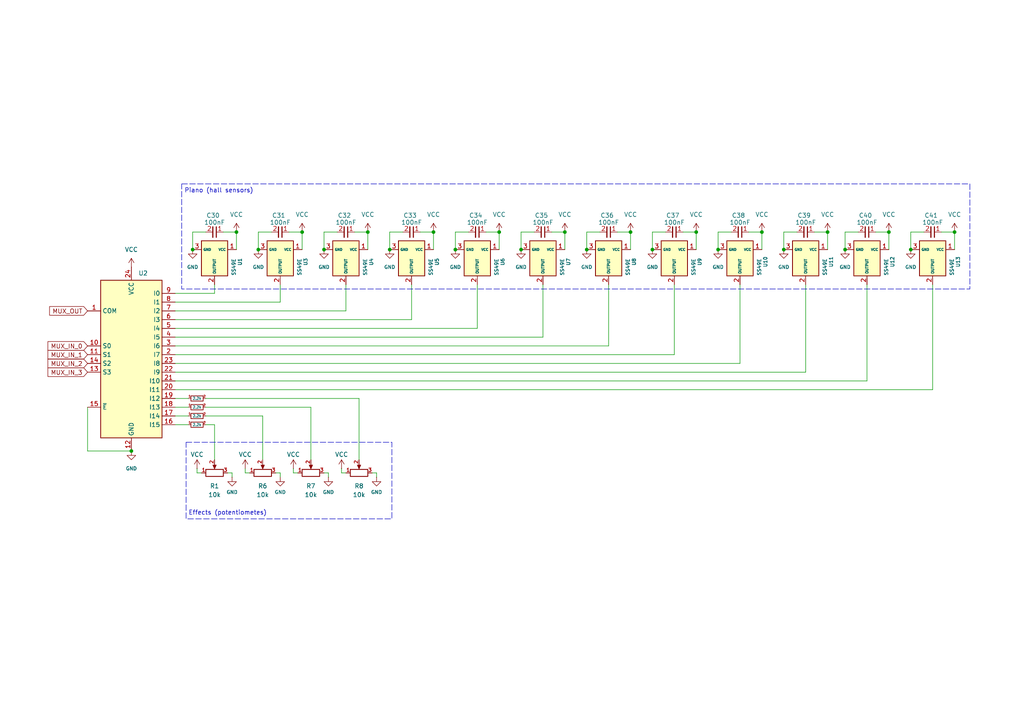
<source format=kicad_sch>
(kicad_sch (version 20250114) (generator "eeschema") (generator_version "9.0")
  (paper "A4")
  (lib_symbols
    (symbol "Symbols:CD74HC4067M Analog Mux"
      (property "Reference" "U" (at 0 0 0))
      (symbol "CD74HC4067M Analog Mux_0_1"
        (rectangle (start -8.89 22.86) (end 8.89 -22.86) (stroke (width 0.254)) (fill (type background)))
      )
      (symbol "CD74HC4067M Analog Mux_1_1"
        (pin passive line (at -12.7 13.97 0) (length 3.81) (name "COM") (number "1"))
        (pin input line (at -12.7 3.81 0) (length 3.81) (name "S0") (number "10"))
        (pin input line (at -12.7 1.27 0) (length 3.81) (name "S1") (number "11"))
        (pin input line (at -12.7 -1.27 0) (length 3.81) (name "S2") (number "14"))
        (pin input line (at -12.7 -3.81 0) (length 3.81) (name "S3") (number "13"))
        (pin input line (at -12.7 -13.97 0) (length 3.81) (name "~{E}") (number "15"))
        (pin power_in line (at 0 26.67 270) (length 3.81) (name "VCC") (number "24"))
        (pin power_in line (at 0 -26.67 90) (length 3.81) (name "GND") (number "12"))
        (pin passive line (at 12.7 19.05 180) (length 3.81) (name "I0") (number "9"))
        (pin passive line (at 12.7 16.51 180) (length 3.81) (name "I1") (number "8"))
        (pin passive line (at 12.7 13.97 180) (length 3.81) (name "I2") (number "7"))
        (pin passive line (at 12.7 11.43 180) (length 3.81) (name "I3") (number "6"))
        (pin passive line (at 12.7 8.89 180) (length 3.81) (name "I4") (number "5"))
        (pin passive line (at 12.7 6.35 180) (length 3.81) (name "I5") (number "4"))
        (pin passive line (at 12.7 3.81 180) (length 3.81) (name "I6") (number "3"))
        (pin passive line (at 12.7 1.27 180) (length 3.81) (name "I7") (number "2"))
        (pin passive line (at 12.7 -1.27 180) (length 3.81) (name "I8") (number "23"))
        (pin passive line (at 12.7 -3.81 180) (length 3.81) (name "I9") (number "22"))
        (pin passive line (at 12.7 -6.35 180) (length 3.81) (name "I10") (number "21"))
        (pin passive line (at 12.7 -8.89 180) (length 3.81) (name "I11") (number "20"))
        (pin passive line (at 12.7 -11.43 180) (length 3.81) (name "I12") (number "19"))
        (pin passive line (at 12.7 -13.97 180) (length 3.81) (name "I13") (number "18"))
        (pin passive line (at 12.7 -16.51 180) (length 3.81) (name "I14") (number "17"))
        (pin passive line (at 12.7 -19.05 180) (length 3.81) (name "I15") (number "16"))
      )
    )
    (symbol "Symbols:Capacitor 0603"
      (property "Reference" "C" (at -3.048 0 90))
      (symbol "Capacitor 0603_0_1"
        (polyline (pts (xy -1.524 0.508) (xy 1.524 0.508)) (stroke (width 0.3048)))
        (polyline (pts (xy -1.524 -0.508) (xy 1.524 -0.508)) (stroke (width 0.3302)))
      )
      (symbol "Capacitor 0603_1_1"
        (pin passive line (at 0 2.54 270) (length 2.032) (name "~") (number "1"))
        (pin passive line (at 0 -2.54 90) (length 2.032) (name "~") (number "2"))
      )
    )
    (symbol "Symbols:GND" (power) (pin_numbers (hide yes)) (pin_names (hide yes))
      (property "Value" "GND" (at 0 -3.302 0))
      (symbol "GND_0_1"
        (polyline (pts (xy 0 0) (xy 0 -1.27) (xy 1.27 -1.27) (xy 0 -2.54) (xy -1.27 -1.27) (xy 0 -1.27)))
      )
      (symbol "GND_1_1"
        (pin power_in line (at 0 0 270) (length 0) (name "~") (number ""))
      )
    )
    (symbol "Symbols:Potentiometer"
      (property "Reference" "R" (at -2.286 0 90))
      (symbol "Potentiometer_0_1"
        (rectangle (start 1.016 2.54) (end -1.016 -2.54) (stroke (width 0.254)))
        (polyline (pts (xy 1.143 0) (xy 2.286 0.508) (xy 2.286 -0.508) (xy 1.143 0)) (fill (type outline)))
        (polyline (pts (xy 2.54 0) (xy 1.524 0)))
      )
      (symbol "Potentiometer_1_1"
        (pin passive line (at 0 3.81 270) (length 1.27) (name "") (number "1"))
        (pin passive line (at 0 -3.81 90) (length 1.27) (name "") (number "3"))
        (pin passive line (at 3.81 0 180) (length 1.27) (name "") (number "2"))
      )
    )
    (symbol "Symbols:Resistor 0603"
      (property "Reference" "R" (at -2.032 0 90))
      (symbol "Resistor 0603_0_1"
        (rectangle (start -0.762 1.778) (end 0.762 -1.778) (stroke (width 0.2032)))
      )
      (symbol "Resistor 0603_1_1"
        (pin passive line (at 0 2.54 270) (length 0.762) (name "~") (number "1"))
        (pin passive line (at 0 -2.54 90) (length 0.762) (name "~") (number "2"))
      )
    )
    (symbol "Symbols:SS49E Hall Sensor"
      (property "Reference" "U" (at 0 1.778 0))
      (property "Value" "SS49E" (at 2.032 4.826 0))
      (symbol "SS49E Hall Sensor_0_1"
        (rectangle (start -5.08 3.81) (end 5.08 -3.81) (stroke (width 0.254)) (fill (type background)))
      )
      (symbol "SS49E Hall Sensor_1_1"
        (pin power_in line (at -2.54 6.35 270) (length 2.54) (name "VCC") (number "1"))
        (pin power_in line (at -2.54 -6.35 90) (length 2.54) (name "GND") (number "3"))
        (pin output line (at 7.62 0 180) (length 2.54) (name "OUTPUT") (number "2"))
      )
    )
    (symbol "Symbols:VCC" (power) (pin_numbers (hide yes)) (pin_names (hide yes))
      (property "Value" "VCC" (at 0 3.81 0))
      (symbol "VCC_0_1"
        (polyline (pts (xy -0.762 1.27) (xy 0 2.54)))
        (polyline (pts (xy 0 2.54) (xy 0.762 1.27)))
        (polyline (pts (xy 0 0) (xy 0 2.54)))
      )
      (symbol "VCC_1_1"
        (pin power_in line (at 0 0 90) (length 0) (name "~") (number ""))
      )
    )
  )
  (rectangle (start 52.705 53.34) (end 281.305 83.82) (stroke (width 0) (type dash)))
  (rectangle (start 53.975 128.27) (end 113.665 150.495) (stroke (width 0) (type dash)))
  (text "Piano (hall sensors)" (at 63.5 55.372 0) (effects (font (size 1.27 1.27))))
  (text "Effects (potentiometes)" (at 66.04 148.844 0) (effects (font (size 1.27 1.27))))
  (junction (at 276.86 67.31))
  (junction (at 170.18 72.39))
  (junction (at 201.93 67.31))
  (junction (at 144.78 67.31))
  (junction (at 151.13 72.39))
  (junction (at 55.88 72.39))
  (junction (at 132.08 72.39))
  (junction (at 93.98 72.39))
  (junction (at 113.03 72.39))
  (junction (at 182.88 67.31))
  (junction (at 163.83 67.31))
  (junction (at 227.33 72.39))
  (junction (at 68.58 67.31))
  (junction (at 87.63 67.31))
  (junction (at 125.73 67.31))
  (junction (at 264.16 72.39))
  (junction (at 240.03 67.31))
  (junction (at 257.81 67.31))
  (junction (at 106.68 67.31))
  (junction (at 208.28 72.39))
  (junction (at 38.1 130.81))
  (junction (at 245.11 72.39))
  (junction (at 189.23 72.39))
  (junction (at 74.93 72.39))
  (junction (at 220.98 67.31))
  (wire (pts (xy 90.17 118.11) (xy 90.17 133.35)))
  (wire (pts (xy 66.04 137.16) (xy 67.31 137.16)))
  (wire (pts (xy 81.28 137.16) (xy 81.28 138.43)))
  (wire (pts (xy 106.68 67.31) (xy 106.68 72.39)))
  (wire (pts (xy 220.98 67.31) (xy 220.98 72.39)))
  (wire (pts (xy 74.93 72.39) (xy 74.93 67.31)))
  (wire (pts (xy 68.58 67.31) (xy 68.58 72.39)))
  (wire (pts (xy 160.02 67.31) (xy 163.83 67.31)))
  (wire (pts (xy 251.46 110.49) (xy 251.46 82.55)))
  (wire (pts (xy 264.16 67.31) (xy 267.97 67.31)))
  (wire (pts (xy 170.18 67.31) (xy 173.99 67.31)))
  (wire (pts (xy 214.63 105.41) (xy 214.63 82.55)))
  (wire (pts (xy 50.8 110.49) (xy 251.46 110.49)))
  (wire (pts (xy 86.36 137.16) (xy 85.09 137.16)))
  (wire (pts (xy 170.18 72.39) (xy 170.18 67.31)))
  (wire (pts (xy 163.83 67.31) (xy 163.83 72.39)))
  (wire (pts (xy 227.33 67.31) (xy 231.14 67.31)))
  (wire (pts (xy 201.93 67.31) (xy 201.93 72.39)))
  (wire (pts (xy 57.15 137.16) (xy 57.15 135.89)))
  (wire (pts (xy 76.2 120.65) (xy 76.2 133.35)))
  (wire (pts (xy 80.01 137.16) (xy 81.28 137.16)))
  (wire (pts (xy 71.12 137.16) (xy 71.12 135.89)))
  (wire (pts (xy 93.98 67.31) (xy 97.79 67.31)))
  (wire (pts (xy 62.23 133.35) (xy 62.23 123.19)))
  (wire (pts (xy 50.8 92.71) (xy 119.38 92.71)))
  (wire (pts (xy 104.14 115.57) (xy 104.14 133.35)))
  (wire (pts (xy 236.22 67.31) (xy 240.03 67.31)))
  (wire (pts (xy 132.08 72.39) (xy 132.08 67.31)))
  (wire (pts (xy 233.68 107.95) (xy 233.68 82.55)))
  (wire (pts (xy 50.8 100.33) (xy 176.53 100.33)))
  (wire (pts (xy 217.17 67.31) (xy 220.98 67.31)))
  (wire (pts (xy 58.42 137.16) (xy 57.15 137.16)))
  (wire (pts (xy 176.53 100.33) (xy 176.53 82.55)))
  (wire (pts (xy 99.06 137.16) (xy 99.06 135.89)))
  (wire (pts (xy 100.33 137.16) (xy 99.06 137.16)))
  (wire (pts (xy 81.28 87.63) (xy 81.28 82.55)))
  (wire (pts (xy 144.78 67.31) (xy 144.78 72.39)))
  (wire (pts (xy 270.51 113.03) (xy 270.51 82.55)))
  (wire (pts (xy 245.11 67.31) (xy 248.92 67.31)))
  (wire (pts (xy 245.11 72.39) (xy 245.11 67.31)))
  (wire (pts (xy 109.22 137.16) (xy 109.22 138.43)))
  (wire (pts (xy 198.12 67.31) (xy 201.93 67.31)))
  (wire (pts (xy 182.88 67.31) (xy 182.88 72.39)))
  (wire (pts (xy 121.92 67.31) (xy 125.73 67.31)))
  (wire (pts (xy 227.33 72.39) (xy 227.33 67.31)))
  (wire (pts (xy 254 67.31) (xy 257.81 67.31)))
  (wire (pts (xy 25.4 130.81) (xy 38.1 130.81)))
  (wire (pts (xy 208.28 72.39) (xy 208.28 67.31)))
  (wire (pts (xy 59.69 118.11) (xy 90.17 118.11)))
  (wire (pts (xy 102.87 67.31) (xy 106.68 67.31)))
  (wire (pts (xy 113.03 72.39) (xy 113.03 67.31)))
  (wire (pts (xy 50.8 85.09) (xy 62.23 85.09)))
  (wire (pts (xy 72.39 137.16) (xy 71.12 137.16)))
  (wire (pts (xy 59.69 115.57) (xy 104.14 115.57)))
  (wire (pts (xy 50.8 105.41) (xy 214.63 105.41)))
  (wire (pts (xy 50.8 90.17) (xy 100.33 90.17)))
  (wire (pts (xy 87.63 67.31) (xy 87.63 72.39)))
  (wire (pts (xy 125.73 67.31) (xy 125.73 72.39)))
  (wire (pts (xy 50.8 102.87) (xy 195.58 102.87)))
  (wire (pts (xy 50.8 118.11) (xy 54.61 118.11)))
  (wire (pts (xy 95.25 137.16) (xy 95.25 138.43)))
  (wire (pts (xy 25.4 118.11) (xy 25.4 130.81)))
  (wire (pts (xy 264.16 72.39) (xy 264.16 67.31)))
  (wire (pts (xy 59.69 123.19) (xy 62.23 123.19)))
  (wire (pts (xy 189.23 67.31) (xy 193.04 67.31)))
  (wire (pts (xy 64.77 67.31) (xy 68.58 67.31)))
  (wire (pts (xy 119.38 92.71) (xy 119.38 82.55)))
  (wire (pts (xy 151.13 67.31) (xy 154.94 67.31)))
  (wire (pts (xy 179.07 67.31) (xy 182.88 67.31)))
  (wire (pts (xy 138.43 95.25) (xy 138.43 82.55)))
  (wire (pts (xy 74.93 67.31) (xy 78.74 67.31)))
  (wire (pts (xy 240.03 67.31) (xy 240.03 72.39)))
  (wire (pts (xy 208.28 67.31) (xy 212.09 67.31)))
  (wire (pts (xy 83.82 67.31) (xy 87.63 67.31)))
  (wire (pts (xy 107.95 137.16) (xy 109.22 137.16)))
  (wire (pts (xy 93.98 72.39) (xy 93.98 67.31)))
  (wire (pts (xy 50.8 95.25) (xy 138.43 95.25)))
  (wire (pts (xy 157.48 97.79) (xy 157.48 82.55)))
  (wire (pts (xy 93.98 137.16) (xy 95.25 137.16)))
  (wire (pts (xy 50.8 113.03) (xy 270.51 113.03)))
  (wire (pts (xy 132.08 67.31) (xy 135.89 67.31)))
  (wire (pts (xy 113.03 67.31) (xy 116.84 67.31)))
  (wire (pts (xy 189.23 72.39) (xy 189.23 67.31)))
  (wire (pts (xy 55.88 67.31) (xy 59.69 67.31)))
  (wire (pts (xy 50.8 97.79) (xy 157.48 97.79)))
  (wire (pts (xy 50.8 107.95) (xy 233.68 107.95)))
  (wire (pts (xy 55.88 72.39) (xy 55.88 67.31)))
  (wire (pts (xy 62.23 85.09) (xy 62.23 82.55)))
  (wire (pts (xy 140.97 67.31) (xy 144.78 67.31)))
  (wire (pts (xy 257.81 67.31) (xy 257.81 72.39)))
  (wire (pts (xy 276.86 67.31) (xy 276.86 72.39)))
  (wire (pts (xy 59.69 120.65) (xy 76.2 120.65)))
  (wire (pts (xy 273.05 67.31) (xy 276.86 67.31)))
  (wire (pts (xy 50.8 87.63) (xy 81.28 87.63)))
  (wire (pts (xy 151.13 72.39) (xy 151.13 67.31)))
  (wire (pts (xy 50.8 115.57) (xy 54.61 115.57)))
  (wire (pts (xy 50.8 123.19) (xy 54.61 123.19)))
  (wire (pts (xy 67.31 137.16) (xy 67.31 138.43)))
  (wire (pts (xy 50.8 120.65) (xy 54.61 120.65)))
  (wire (pts (xy 100.33 90.17) (xy 100.33 82.55)))
  (wire (pts (xy 195.58 102.87) (xy 195.58 82.55)))
  (wire (pts (xy 85.09 137.16) (xy 85.09 135.89)))
  (global_label "MUX_IN_1" (shape input) (at 25.4 102.87 180) (property "Intersheetrefs" "${INTERSHEET_REFS}" (effects (hide yes))))
  (global_label "MUX_OUT" (shape input) (at 25.4 90.17 180) (property "Intersheetrefs" "${INTERSHEET_REFS}" (effects (hide yes))))
  (global_label "MUX_IN_0" (shape input) (at 25.4 100.33 180) (property "Intersheetrefs" "${INTERSHEET_REFS}" (effects (hide yes))))
  (global_label "MUX_IN_3" (shape input) (at 25.4 107.95 180) (property "Intersheetrefs" "${INTERSHEET_REFS}" (effects (hide yes))))
  (global_label "MUX_IN_2" (shape input) (at 25.4 105.41 180) (property "Intersheetrefs" "${INTERSHEET_REFS}" (effects (hide yes))))
  (symbol (lib_id "Symbols:VCC") (at 257.81 67.31 0) (unit 1)
    (property "Reference" "#PWR074" (effects (hide yes)))
    (property "Value" "VCC" (at 257.81 62.23 0))
  )
  (symbol (lib_id "Symbols:Capacitor 0603") (at 62.23 67.31 270) (unit 1)
    (property "Reference" "C30" (at 63.754 62.484 90) (effects (justify right)))
    (property "Value" "100nF" (at 65.278 64.516 90) (effects (justify right)))
  )
  (symbol (lib_id "Symbols:Capacitor 0603") (at 176.53 67.31 270) (unit 1)
    (property "Reference" "C36" (at 178.054 62.484 90) (effects (justify right)))
    (property "Value" "100nF" (at 179.578 64.516 90) (effects (justify right)))
  )
  (symbol (lib_id "Symbols:SS49E Hall Sensor") (at 270.51 74.93 270) (unit 1)
    (property "Reference" "U13" (at 277.876 75.946 0) (effects (font (size 1.016 1.016))))
    (property "Value" "SS49E" (at 276.098 77.47 0) (effects (font (size 1.016 1.016))))
  )
  (symbol (lib_id "Symbols:SS49E Hall Sensor") (at 157.48 74.93 270) (unit 1)
    (property "Reference" "U7" (at 164.846 75.946 0) (effects (font (size 1.016 1.016))))
    (property "Value" "SS49E" (at 163.068 77.47 0) (effects (font (size 1.016 1.016))))
  )
  (symbol (lib_id "Symbols:SS49E Hall Sensor") (at 214.63 74.93 270) (unit 1)
    (property "Reference" "U10" (at 221.996 75.946 0) (effects (font (size 1.016 1.016))))
    (property "Value" "SS49E" (at 220.218 77.47 0) (effects (font (size 1.016 1.016))))
  )
  (symbol (lib_id "Symbols:GND") (at 208.28 72.39 0) (unit 1)
    (property "Reference" "#PWR069" (effects (hide yes)))
    (property "Value" "GND" (at 208.28 77.47 0) (effects (font (size 1.016 1.016))))
  )
  (symbol (lib_id "Symbols:SS49E Hall Sensor") (at 233.68 74.93 270) (unit 1)
    (property "Reference" "U11" (at 241.046 75.946 0) (effects (font (size 1.016 1.016))))
    (property "Value" "SS49E" (at 239.268 77.47 0) (effects (font (size 1.016 1.016))))
  )
  (symbol (lib_id "Symbols:Resistor 0603") (at 57.15 118.11 90) (unit 1)
    (property "Reference" "R4" (effects (hide yes)))
    (property "Value" "2.2k" (at 57.15 118.11 90) (effects (font (size 0.762 0.762))))
  )
  (symbol (lib_id "Symbols:SS49E Hall Sensor") (at 251.46 74.93 270) (unit 1)
    (property "Reference" "U12" (at 258.826 75.946 0) (effects (font (size 1.016 1.016))))
    (property "Value" "SS49E" (at 257.048 77.47 0) (effects (font (size 1.016 1.016))))
  )
  (symbol (lib_id "Symbols:VCC") (at 71.12 135.89 0) (unit 1)
    (property "Reference" "#PWR079" (effects (hide yes)))
    (property "Value" "VCC" (at 71.12 131.826 0))
  )
  (symbol (lib_id "Symbols:GND") (at 170.18 72.39 0) (unit 1)
    (property "Reference" "#PWR065" (effects (hide yes)))
    (property "Value" "GND" (at 170.18 77.47 0) (effects (font (size 1.016 1.016))))
  )
  (symbol (lib_id "Symbols:SS49E Hall Sensor") (at 195.58 74.93 270) (unit 1)
    (property "Reference" "U9" (at 202.946 75.946 0) (effects (font (size 1.016 1.016))))
    (property "Value" "SS49E" (at 201.168 77.47 0) (effects (font (size 1.016 1.016))))
  )
  (symbol (lib_id "Symbols:GND") (at 81.28 138.43 0) (unit 1)
    (property "Reference" "#PWR080" (effects (hide yes)))
    (property "Value" "GND" (at 81.28 142.748 0) (effects (font (size 1.016 1.016))))
  )
  (symbol (lib_id "Symbols:GND") (at 151.13 72.39 0) (unit 1)
    (property "Reference" "#PWR063" (effects (hide yes)))
    (property "Value" "GND" (at 151.13 77.47 0) (effects (font (size 1.016 1.016))))
  )
  (symbol (lib_id "Symbols:VCC") (at 68.58 67.31 0) (unit 1)
    (property "Reference" "#PWR053" (effects (hide yes)))
    (property "Value" "VCC" (at 68.58 62.23 0))
  )
  (symbol (lib_id "Symbols:CD74HC4067M Analog Mux") (at 38.1 104.14 0) (unit 1)
    (property "Reference" "U2" (at 40.132 79.248 0) (effects (justify left)))
  )
  (symbol (lib_id "Symbols:GND") (at 245.11 72.39 0) (unit 1)
    (property "Reference" "#PWR073" (effects (hide yes)))
    (property "Value" "GND" (at 245.11 77.47 0) (effects (font (size 1.016 1.016))))
  )
  (symbol (lib_id "Symbols:Resistor 0603") (at 57.15 123.19 90) (unit 1)
    (property "Reference" "R2" (effects (hide yes)))
    (property "Value" "2.2k" (at 57.15 123.19 90) (effects (font (size 0.762 0.762))))
  )
  (symbol (lib_id "Symbols:Capacitor 0603") (at 233.68 67.31 270) (unit 1)
    (property "Reference" "C39" (at 235.204 62.484 90) (effects (justify right)))
    (property "Value" "100nF" (at 236.728 64.516 90) (effects (justify right)))
  )
  (symbol (lib_id "Symbols:VCC") (at 106.68 67.31 0) (unit 1)
    (property "Reference" "#PWR058" (effects (hide yes)))
    (property "Value" "VCC" (at 106.68 62.23 0))
  )
  (symbol (lib_id "Symbols:Capacitor 0603") (at 195.58 67.31 270) (unit 1)
    (property "Reference" "C37" (at 197.104 62.484 90) (effects (justify right)))
    (property "Value" "100nF" (at 198.628 64.516 90) (effects (justify right)))
  )
  (symbol (lib_id "Symbols:GND") (at 109.22 138.43 0) (unit 1)
    (property "Reference" "#PWR084" (effects (hide yes)))
    (property "Value" "GND" (at 109.22 142.748 0) (effects (font (size 1.016 1.016))))
  )
  (symbol (lib_id "Symbols:GND") (at 38.1 130.81 0) (unit 1)
    (property "Reference" "#PWR086" (effects (hide yes)))
    (property "Value" "GND" (at 38.1 135.89 0) (effects (font (size 1.016 1.016))))
  )
  (symbol (lib_id "Symbols:Capacitor 0603") (at 100.33 67.31 270) (unit 1)
    (property "Reference" "C32" (at 101.854 62.484 90) (effects (justify right)))
    (property "Value" "100nF" (at 103.378 64.516 90) (effects (justify right)))
  )
  (symbol (lib_id "Symbols:GND") (at 55.88 72.39 0) (unit 1)
    (property "Reference" "#PWR054" (effects (hide yes)))
    (property "Value" "GND" (at 55.88 77.47 0) (effects (font (size 1.016 1.016))))
  )
  (symbol (lib_id "Symbols:VCC") (at 87.63 67.31 0) (unit 1)
    (property "Reference" "#PWR056" (effects (hide yes)))
    (property "Value" "VCC" (at 87.63 62.23 0))
  )
  (symbol (lib_id "Symbols:GND") (at 95.25 138.43 0) (unit 1)
    (property "Reference" "#PWR082" (effects (hide yes)))
    (property "Value" "GND" (at 95.25 142.748 0) (effects (font (size 1.016 1.016))))
  )
  (symbol (lib_id "Symbols:GND") (at 74.93 72.39 0) (unit 1)
    (property "Reference" "#PWR055" (effects (hide yes)))
    (property "Value" "GND" (at 74.93 77.47 0) (effects (font (size 1.016 1.016))))
  )
  (symbol (lib_id "Symbols:VCC") (at 201.93 67.31 0) (unit 1)
    (property "Reference" "#PWR068" (effects (hide yes)))
    (property "Value" "VCC" (at 201.93 62.23 0))
  )
  (symbol (lib_id "Symbols:GND") (at 113.03 72.39 0) (unit 1)
    (property "Reference" "#PWR059" (effects (hide yes)))
    (property "Value" "GND" (at 113.03 77.47 0) (effects (font (size 1.016 1.016))))
  )
  (symbol (lib_id "Symbols:GND") (at 67.31 138.43 0) (unit 1)
    (property "Reference" "#PWR078" (effects (hide yes)))
    (property "Value" "GND" (at 67.31 142.748 0) (effects (font (size 1.016 1.016))))
  )
  (symbol (lib_id "Symbols:GND") (at 93.98 72.39 0) (unit 1)
    (property "Reference" "#PWR057" (effects (hide yes)))
    (property "Value" "GND" (at 93.98 77.47 0) (effects (font (size 1.016 1.016))))
  )
  (symbol (lib_id "Symbols:SS49E Hall Sensor") (at 81.28 74.93 270) (unit 1)
    (property "Reference" "U3" (at 88.646 75.946 0) (effects (font (size 1.016 1.016))))
    (property "Value" "SS49E" (at 86.868 77.47 0) (effects (font (size 1.016 1.016))))
  )
  (symbol (lib_id "Symbols:VCC") (at 220.98 67.31 0) (unit 1)
    (property "Reference" "#PWR070" (effects (hide yes)))
    (property "Value" "VCC" (at 220.98 62.23 0))
  )
  (symbol (lib_id "Symbols:VCC") (at 38.1 77.47 0) (unit 1)
    (property "Reference" "#PWR085" (effects (hide yes)))
    (property "Value" "VCC" (at 38.1 72.39 0))
  )
  (symbol (lib_id "Symbols:VCC") (at 85.09 135.89 0) (unit 1)
    (property "Reference" "#PWR081" (effects (hide yes)))
    (property "Value" "VCC" (at 85.09 131.826 0))
  )
  (symbol (lib_id "Symbols:SS49E Hall Sensor") (at 62.23 74.93 270) (unit 1)
    (property "Reference" "U1" (at 69.596 75.946 0) (effects (font (size 1.016 1.016))))
    (property "Value" "SS49E" (at 67.818 77.47 0) (effects (font (size 1.016 1.016))))
  )
  (symbol (lib_id "Symbols:Capacitor 0603") (at 157.48 67.31 270) (unit 1)
    (property "Reference" "C35" (at 159.004 62.484 90) (effects (justify right)))
    (property "Value" "100nF" (at 160.528 64.516 90) (effects (justify right)))
  )
  (symbol (lib_id "Symbols:SS49E Hall Sensor") (at 138.43 74.93 270) (unit 1)
    (property "Reference" "U6" (at 145.796 75.946 0) (effects (font (size 1.016 1.016))))
    (property "Value" "SS49E" (at 144.018 77.47 0) (effects (font (size 1.016 1.016))))
  )
  (symbol (lib_id "Symbols:SS49E Hall Sensor") (at 119.38 74.93 270) (unit 1)
    (property "Reference" "U5" (at 126.746 75.946 0) (effects (font (size 1.016 1.016))))
    (property "Value" "SS49E" (at 124.968 77.47 0) (effects (font (size 1.016 1.016))))
  )
  (symbol (lib_id "Symbols:Capacitor 0603") (at 214.63 67.31 270) (unit 1)
    (property "Reference" "C38" (at 216.154 62.484 90) (effects (justify right)))
    (property "Value" "100nF" (at 217.678 64.516 90) (effects (justify right)))
  )
  (symbol (lib_id "Symbols:GND") (at 132.08 72.39 0) (unit 1)
    (property "Reference" "#PWR061" (effects (hide yes)))
    (property "Value" "GND" (at 132.08 77.47 0) (effects (font (size 1.016 1.016))))
  )
  (symbol (lib_id "Symbols:GND") (at 264.16 72.39 0) (unit 1)
    (property "Reference" "#PWR075" (effects (hide yes)))
    (property "Value" "GND" (at 264.16 77.47 0) (effects (font (size 1.016 1.016))))
  )
  (symbol (lib_id "Symbols:SS49E Hall Sensor") (at 176.53 74.93 270) (unit 1)
    (property "Reference" "U8" (at 183.896 75.946 0) (effects (font (size 1.016 1.016))))
    (property "Value" "SS49E" (at 182.118 77.47 0) (effects (font (size 1.016 1.016))))
  )
  (symbol (lib_id "Symbols:Capacitor 0603") (at 81.28 67.31 270) (unit 1)
    (property "Reference" "C31" (at 82.804 62.484 90) (effects (justify right)))
    (property "Value" "100nF" (at 84.328 64.516 90) (effects (justify right)))
  )
  (symbol (lib_id "Symbols:Potentiometer") (at 104.14 137.16 90) (unit 1)
    (property "Reference" "R8" (at 104.14 140.97 90))
    (property "Value" "10k" (at 104.14 143.51 90))
  )
  (symbol (lib_id "Symbols:SS49E Hall Sensor") (at 100.33 74.93 270) (unit 1)
    (property "Reference" "U4" (at 107.696 75.946 0) (effects (font (size 1.016 1.016))))
    (property "Value" "SS49E" (at 105.918 77.47 0) (effects (font (size 1.016 1.016))))
  )
  (symbol (lib_id "Symbols:Potentiometer") (at 62.23 137.16 90) (unit 1)
    (property "Reference" "R1" (at 62.23 140.97 90))
    (property "Value" "10k" (at 62.23 143.51 90))
  )
  (symbol (lib_id "Symbols:Capacitor 0603") (at 138.43 67.31 270) (unit 1)
    (property "Reference" "C34" (at 139.954 62.484 90) (effects (justify right)))
    (property "Value" "100nF" (at 141.478 64.516 90) (effects (justify right)))
  )
  (symbol (lib_id "Symbols:Potentiometer") (at 76.2 137.16 90) (unit 1)
    (property "Reference" "R6" (at 76.2 140.97 90))
    (property "Value" "10k" (at 76.2 143.51 90))
  )
  (symbol (lib_id "Symbols:Capacitor 0603") (at 119.38 67.31 270) (unit 1)
    (property "Reference" "C33" (at 120.904 62.484 90) (effects (justify right)))
    (property "Value" "100nF" (at 122.428 64.516 90) (effects (justify right)))
  )
  (symbol (lib_id "Symbols:VCC") (at 276.86 67.31 0) (unit 1)
    (property "Reference" "#PWR076" (effects (hide yes)))
    (property "Value" "VCC" (at 276.86 62.23 0))
  )
  (symbol (lib_id "Symbols:Resistor 0603") (at 57.15 120.65 90) (unit 1)
    (property "Reference" "R3" (effects (hide yes)))
    (property "Value" "2.2k" (at 57.15 120.65 90) (effects (font (size 0.762 0.762))))
  )
  (symbol (lib_id "Symbols:Resistor 0603") (at 57.15 115.57 90) (unit 1)
    (property "Reference" "R5" (effects (hide yes)))
    (property "Value" "2.2k" (at 57.15 115.57 90) (effects (font (size 0.762 0.762))))
  )
  (symbol (lib_id "Symbols:GND") (at 227.33 72.39 0) (unit 1)
    (property "Reference" "#PWR071" (effects (hide yes)))
    (property "Value" "GND" (at 227.33 77.47 0) (effects (font (size 1.016 1.016))))
  )
  (symbol (lib_id "Symbols:VCC") (at 125.73 67.31 0) (unit 1)
    (property "Reference" "#PWR060" (effects (hide yes)))
    (property "Value" "VCC" (at 125.73 62.23 0))
  )
  (symbol (lib_id "Symbols:VCC") (at 99.06 135.89 0) (unit 1)
    (property "Reference" "#PWR083" (effects (hide yes)))
    (property "Value" "VCC" (at 99.06 131.826 0))
  )
  (symbol (lib_id "Symbols:Potentiometer") (at 90.17 137.16 90) (unit 1)
    (property "Reference" "R7" (at 90.17 140.97 90))
    (property "Value" "10k" (at 90.17 143.51 90))
  )
  (symbol (lib_id "Symbols:VCC") (at 182.88 67.31 0) (unit 1)
    (property "Reference" "#PWR066" (effects (hide yes)))
    (property "Value" "VCC" (at 182.88 62.23 0))
  )
  (symbol (lib_id "Symbols:VCC") (at 57.15 135.89 0) (unit 1)
    (property "Reference" "#PWR077" (effects (hide yes)))
    (property "Value" "VCC" (at 57.15 131.826 0))
  )
  (symbol (lib_id "Symbols:VCC") (at 240.03 67.31 0) (unit 1)
    (property "Reference" "#PWR072" (effects (hide yes)))
    (property "Value" "VCC" (at 240.03 62.23 0))
  )
  (symbol (lib_id "Symbols:VCC") (at 163.83 67.31 0) (unit 1)
    (property "Reference" "#PWR064" (effects (hide yes)))
    (property "Value" "VCC" (at 163.83 62.23 0))
  )
  (symbol (lib_id "Symbols:GND") (at 189.23 72.39 0) (unit 1)
    (property "Reference" "#PWR067" (effects (hide yes)))
    (property "Value" "GND" (at 189.23 77.47 0) (effects (font (size 1.016 1.016))))
  )
  (symbol (lib_id "Symbols:Capacitor 0603") (at 270.51 67.31 270) (unit 1)
    (property "Reference" "C41" (at 272.034 62.484 90) (effects (justify right)))
    (property "Value" "100nF" (at 273.558 64.516 90) (effects (justify right)))
  )
  (symbol (lib_id "Symbols:Capacitor 0603") (at 251.46 67.31 270) (unit 1)
    (property "Reference" "C40" (at 252.984 62.484 90) (effects (justify right)))
    (property "Value" "100nF" (at 254.508 64.516 90) (effects (justify right)))
  )
  (symbol (lib_id "Symbols:VCC") (at 144.78 67.31 0) (unit 1)
    (property "Reference" "#PWR062" (effects (hide yes)))
    (property "Value" "VCC" (at 144.78 62.23 0))
  )
)
</source>
